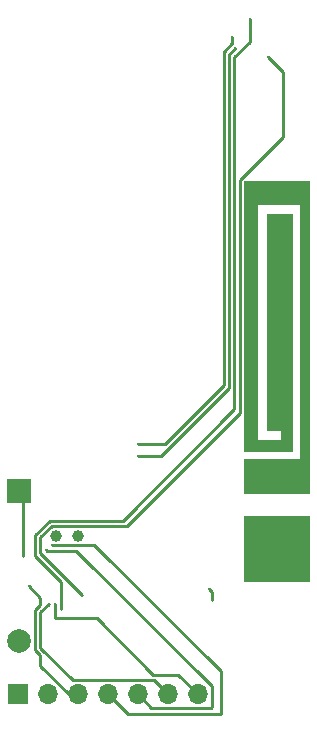
<source format=gbl>
G04 #@! TF.GenerationSoftware,KiCad,Pcbnew,8.0.2-8.0.2-0~ubuntu22.04.1*
G04 #@! TF.CreationDate,2024-05-30T09:26:34-06:00*
G04 #@! TF.ProjectId,sensor_sigfox_1.2,73656e73-6f72-45f7-9369-67666f785f31,rev?*
G04 #@! TF.SameCoordinates,Original*
G04 #@! TF.FileFunction,Copper,L2,Bot*
G04 #@! TF.FilePolarity,Positive*
%FSLAX46Y46*%
G04 Gerber Fmt 4.6, Leading zero omitted, Abs format (unit mm)*
G04 Created by KiCad (PCBNEW 8.0.2-8.0.2-0~ubuntu22.04.1) date 2024-05-30 09:26:34*
%MOMM*%
%LPD*%
G01*
G04 APERTURE LIST*
G04 #@! TA.AperFunction,EtchedComponent*
%ADD10C,0.000000*%
G04 #@! TD*
G04 #@! TA.AperFunction,ComponentPad*
%ADD11C,1.000000*%
G04 #@! TD*
G04 #@! TA.AperFunction,ComponentPad*
%ADD12R,2.000000X2.000000*%
G04 #@! TD*
G04 #@! TA.AperFunction,ComponentPad*
%ADD13C,2.000000*%
G04 #@! TD*
G04 #@! TA.AperFunction,SMDPad,CuDef*
%ADD14R,1.800000X3.000000*%
G04 #@! TD*
G04 #@! TA.AperFunction,ComponentPad*
%ADD15R,1.700000X1.700000*%
G04 #@! TD*
G04 #@! TA.AperFunction,ComponentPad*
%ADD16O,1.700000X1.700000*%
G04 #@! TD*
G04 #@! TA.AperFunction,ViaPad*
%ADD17C,0.300000*%
G04 #@! TD*
G04 #@! TA.AperFunction,ViaPad*
%ADD18C,0.800000*%
G04 #@! TD*
G04 #@! TA.AperFunction,Conductor*
%ADD19C,0.250000*%
G04 #@! TD*
G04 APERTURE END LIST*
G04 #@! TA.AperFunction,EtchedComponent*
G36*
X140965000Y-84789000D02*
G01*
X135365000Y-84789000D01*
X135365000Y-79189000D01*
X140965000Y-79189000D01*
X140965000Y-84789000D01*
G37*
G04 #@! TD.AperFunction*
D10*
G04 #@! TA.AperFunction,EtchedComponent*
G36*
X140965000Y-77389000D02*
G01*
X135365000Y-77389000D01*
X135365000Y-74389000D01*
X140165000Y-74389000D01*
X140165000Y-52889000D01*
X136565000Y-52889000D01*
X136565000Y-72789000D01*
X138565000Y-72789000D01*
X138565000Y-71989000D01*
X137365000Y-71989000D01*
X137365000Y-53689000D01*
X139565000Y-53689000D01*
X139565000Y-73789000D01*
X135365000Y-73789000D01*
X135365000Y-50889000D01*
X140965000Y-50889000D01*
X140965000Y-77389000D01*
G37*
G04 #@! TD.AperFunction*
D11*
X121365000Y-80889000D03*
X119465000Y-80889000D03*
D12*
X116382156Y-77125150D03*
D13*
X116382156Y-89825150D03*
D14*
X136265000Y-75889000D03*
X136265000Y-80689000D03*
D15*
X116230000Y-94280802D03*
D16*
X118770000Y-94280802D03*
X121310000Y-94280802D03*
X123850000Y-94280802D03*
X126390000Y-94280802D03*
X128930000Y-94280802D03*
X131470000Y-94280802D03*
D17*
X135919907Y-37143907D03*
X119910000Y-87118106D03*
X137415000Y-40389000D03*
X121665000Y-85889000D03*
X116665000Y-82639000D03*
D18*
X136415000Y-80889000D03*
D17*
X132415000Y-85364000D03*
X132715000Y-86364000D03*
D18*
X136415000Y-75889000D03*
D17*
X118665000Y-82144000D03*
X126415000Y-73139000D03*
X134415000Y-38639000D03*
X134665000Y-39639000D03*
X126415000Y-74139000D03*
X119159867Y-81682346D03*
X118915000Y-86639000D03*
X119415003Y-86639000D03*
X117165000Y-85139000D03*
D19*
X123850000Y-94280802D02*
X125562000Y-95992802D01*
X125562000Y-95992802D02*
X133415000Y-95992802D01*
X133415000Y-95992802D02*
X133415000Y-92389000D01*
X133415000Y-92389000D02*
X122740000Y-81714000D01*
X122740000Y-81714000D02*
X119159867Y-81714000D01*
X121310000Y-94280802D02*
X120556802Y-94280802D01*
X120556802Y-94280802D02*
X118165000Y-91889000D01*
X118165000Y-86752604D02*
X118165000Y-86139000D01*
X118165000Y-91889000D02*
X118165000Y-91025396D01*
X118165000Y-91025396D02*
X117709305Y-90569701D01*
X118165000Y-86139000D02*
X117165000Y-85139000D01*
X117709305Y-90569701D02*
X117709305Y-87208299D01*
X117709305Y-87208299D02*
X118165000Y-86752604D01*
X126390000Y-94280802D02*
X127565000Y-95455802D01*
X127565000Y-95455802D02*
X132598198Y-95455802D01*
X132598198Y-95455802D02*
X132665000Y-95389000D01*
X132665000Y-95389000D02*
X132665000Y-93639000D01*
X132665000Y-93639000D02*
X121190000Y-82164000D01*
X121190000Y-82164000D02*
X118685000Y-82164000D01*
X118685000Y-82164000D02*
X118665000Y-82144000D01*
X137415000Y-40389000D02*
X138665000Y-41639000D01*
X138665000Y-41639000D02*
X138665000Y-47129380D01*
X118165000Y-82389000D02*
X121665000Y-85889000D01*
X138665000Y-47129380D02*
X135040000Y-50754380D01*
X135040000Y-50754380D02*
X135040000Y-70514000D01*
X135040000Y-70514000D02*
X125490000Y-80064000D01*
X125490000Y-80064000D02*
X119123273Y-80064000D01*
X119123273Y-80064000D02*
X118165000Y-81022273D01*
X118165000Y-81022273D02*
X118165000Y-82389000D01*
X134415000Y-38639000D02*
X134415000Y-39217248D01*
X134415000Y-39217248D02*
X133690000Y-39942248D01*
X133690000Y-39942248D02*
X133690000Y-68174579D01*
X128725579Y-73139000D02*
X126415000Y-73139000D01*
X133690000Y-68174579D02*
X128725579Y-73139000D01*
X134665000Y-39639000D02*
X134140000Y-40164000D01*
X134140000Y-40164000D02*
X134140000Y-68360975D01*
X134140000Y-68360975D02*
X128361975Y-74139000D01*
X128361975Y-74139000D02*
X126415000Y-74139000D01*
X119910000Y-87118106D02*
X119910000Y-84770396D01*
X119910000Y-84770396D02*
X117715000Y-82575396D01*
X135919907Y-39055845D02*
X135919907Y-37143907D01*
X117715000Y-82575396D02*
X117715000Y-80835877D01*
X117715000Y-80835877D02*
X118936877Y-79614000D01*
X118936877Y-79614000D02*
X125115000Y-79614000D01*
X125115000Y-79614000D02*
X134590000Y-70139000D01*
X134590000Y-70139000D02*
X134590000Y-40385752D01*
X134590000Y-40385752D02*
X135919907Y-39055845D01*
X119415003Y-86639000D02*
X119415003Y-87889000D01*
X119415003Y-87889000D02*
X122915000Y-87889000D01*
X122915000Y-87889000D02*
X127681802Y-92655802D01*
X127681802Y-92655802D02*
X129845000Y-92655802D01*
X129845000Y-92655802D02*
X131470000Y-94280802D01*
X116665000Y-82639000D02*
X116665000Y-76889000D01*
X132415000Y-85364000D02*
X132715000Y-85664000D01*
X132715000Y-85664000D02*
X132715000Y-86364000D01*
X118165000Y-90389000D02*
X120881802Y-93105802D01*
X118915000Y-86639000D02*
X118165000Y-87389000D01*
X127755000Y-93105802D02*
X128930000Y-94280802D01*
X120881802Y-93105802D02*
X127755000Y-93105802D01*
X118165000Y-87389000D02*
X118165000Y-90389000D01*
M02*

</source>
